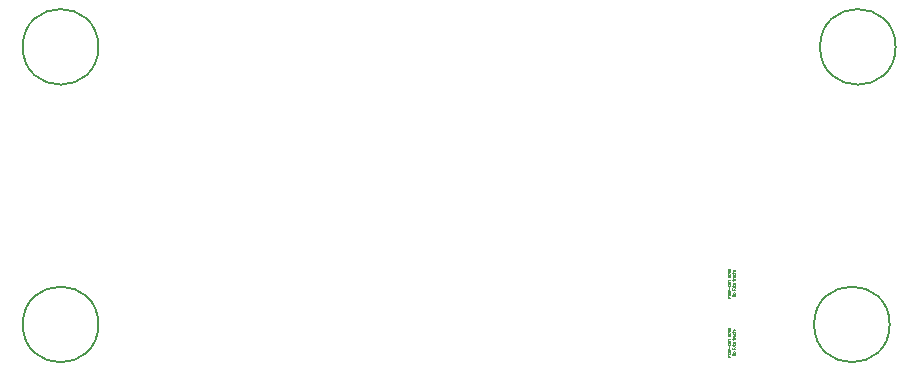
<source format=gbr>
%TF.GenerationSoftware,KiCad,Pcbnew,8.0.2*%
%TF.CreationDate,2024-12-30T14:19:07+01:00*%
%TF.ProjectId,MasterOfAccessories,4d617374-6572-44f6-9641-63636573736f,rev?*%
%TF.SameCoordinates,Original*%
%TF.FileFunction,Other,Comment*%
%FSLAX46Y46*%
G04 Gerber Fmt 4.6, Leading zero omitted, Abs format (unit mm)*
G04 Created by KiCad (PCBNEW 8.0.2) date 2024-12-30 14:19:07*
%MOMM*%
%LPD*%
G01*
G04 APERTURE LIST*
%ADD10C,0.030000*%
%ADD11C,0.150000*%
G04 APERTURE END LIST*
D10*
X233081963Y-110594952D02*
X232881963Y-110594952D01*
X232881963Y-110594952D02*
X233081963Y-110480667D01*
X233081963Y-110480667D02*
X232881963Y-110480667D01*
X233081963Y-110356857D02*
X233072440Y-110375905D01*
X233072440Y-110375905D02*
X233062916Y-110385428D01*
X233062916Y-110385428D02*
X233043868Y-110394952D01*
X233043868Y-110394952D02*
X232986725Y-110394952D01*
X232986725Y-110394952D02*
X232967678Y-110385428D01*
X232967678Y-110385428D02*
X232958154Y-110375905D01*
X232958154Y-110375905D02*
X232948630Y-110356857D01*
X232948630Y-110356857D02*
X232948630Y-110328286D01*
X232948630Y-110328286D02*
X232958154Y-110309238D01*
X232958154Y-110309238D02*
X232967678Y-110299714D01*
X232967678Y-110299714D02*
X232986725Y-110290190D01*
X232986725Y-110290190D02*
X233043868Y-110290190D01*
X233043868Y-110290190D02*
X233062916Y-110299714D01*
X233062916Y-110299714D02*
X233072440Y-110309238D01*
X233072440Y-110309238D02*
X233081963Y-110328286D01*
X233081963Y-110328286D02*
X233081963Y-110356857D01*
X232977201Y-109985429D02*
X232977201Y-110052095D01*
X233081963Y-110052095D02*
X232881963Y-110052095D01*
X232881963Y-110052095D02*
X232881963Y-109956857D01*
X233062916Y-109880666D02*
X233072440Y-109871143D01*
X233072440Y-109871143D02*
X233081963Y-109880666D01*
X233081963Y-109880666D02*
X233072440Y-109890190D01*
X233072440Y-109890190D02*
X233062916Y-109880666D01*
X233062916Y-109880666D02*
X233081963Y-109880666D01*
X233062916Y-109671143D02*
X233072440Y-109680667D01*
X233072440Y-109680667D02*
X233081963Y-109709238D01*
X233081963Y-109709238D02*
X233081963Y-109728286D01*
X233081963Y-109728286D02*
X233072440Y-109756857D01*
X233072440Y-109756857D02*
X233053392Y-109775905D01*
X233053392Y-109775905D02*
X233034344Y-109785428D01*
X233034344Y-109785428D02*
X232996249Y-109794952D01*
X232996249Y-109794952D02*
X232967678Y-109794952D01*
X232967678Y-109794952D02*
X232929582Y-109785428D01*
X232929582Y-109785428D02*
X232910535Y-109775905D01*
X232910535Y-109775905D02*
X232891487Y-109756857D01*
X232891487Y-109756857D02*
X232881963Y-109728286D01*
X232881963Y-109728286D02*
X232881963Y-109709238D01*
X232881963Y-109709238D02*
X232891487Y-109680667D01*
X232891487Y-109680667D02*
X232901011Y-109671143D01*
X232948630Y-109499714D02*
X233081963Y-109499714D01*
X232948630Y-109585428D02*
X233053392Y-109585428D01*
X233053392Y-109585428D02*
X233072440Y-109575905D01*
X233072440Y-109575905D02*
X233081963Y-109556857D01*
X233081963Y-109556857D02*
X233081963Y-109528286D01*
X233081963Y-109528286D02*
X233072440Y-109509238D01*
X233072440Y-109509238D02*
X233062916Y-109499714D01*
X232948630Y-109280667D02*
X232948630Y-109204476D01*
X232881963Y-109252095D02*
X233053392Y-109252095D01*
X233053392Y-109252095D02*
X233072440Y-109242572D01*
X233072440Y-109242572D02*
X233081963Y-109223524D01*
X233081963Y-109223524D02*
X233081963Y-109204476D01*
X233081963Y-109137809D02*
X232948630Y-109137809D01*
X232986725Y-109137809D02*
X232967678Y-109128286D01*
X232967678Y-109128286D02*
X232958154Y-109118762D01*
X232958154Y-109118762D02*
X232948630Y-109099714D01*
X232948630Y-109099714D02*
X232948630Y-109080667D01*
X233081963Y-108928285D02*
X232977201Y-108928285D01*
X232977201Y-108928285D02*
X232958154Y-108937809D01*
X232958154Y-108937809D02*
X232948630Y-108956857D01*
X232948630Y-108956857D02*
X232948630Y-108994952D01*
X232948630Y-108994952D02*
X232958154Y-109013999D01*
X233072440Y-108928285D02*
X233081963Y-108947333D01*
X233081963Y-108947333D02*
X233081963Y-108994952D01*
X233081963Y-108994952D02*
X233072440Y-109013999D01*
X233072440Y-109013999D02*
X233053392Y-109023523D01*
X233053392Y-109023523D02*
X233034344Y-109023523D01*
X233034344Y-109023523D02*
X233015297Y-109013999D01*
X233015297Y-109013999D02*
X233005773Y-108994952D01*
X233005773Y-108994952D02*
X233005773Y-108947333D01*
X233005773Y-108947333D02*
X232996249Y-108928285D01*
X233072440Y-108747333D02*
X233081963Y-108766381D01*
X233081963Y-108766381D02*
X233081963Y-108804476D01*
X233081963Y-108804476D02*
X233072440Y-108823524D01*
X233072440Y-108823524D02*
X233062916Y-108833047D01*
X233062916Y-108833047D02*
X233043868Y-108842571D01*
X233043868Y-108842571D02*
X232986725Y-108842571D01*
X232986725Y-108842571D02*
X232967678Y-108833047D01*
X232967678Y-108833047D02*
X232958154Y-108823524D01*
X232958154Y-108823524D02*
X232948630Y-108804476D01*
X232948630Y-108804476D02*
X232948630Y-108766381D01*
X232948630Y-108766381D02*
X232958154Y-108747333D01*
X233081963Y-108661618D02*
X232881963Y-108661618D01*
X233005773Y-108642571D02*
X233081963Y-108585428D01*
X232948630Y-108585428D02*
X233024820Y-108661618D01*
X233072440Y-108509237D02*
X233081963Y-108490190D01*
X233081963Y-108490190D02*
X233081963Y-108452094D01*
X233081963Y-108452094D02*
X233072440Y-108433047D01*
X233072440Y-108433047D02*
X233053392Y-108423523D01*
X233053392Y-108423523D02*
X233043868Y-108423523D01*
X233043868Y-108423523D02*
X233024820Y-108433047D01*
X233024820Y-108433047D02*
X233015297Y-108452094D01*
X233015297Y-108452094D02*
X233015297Y-108480666D01*
X233015297Y-108480666D02*
X233005773Y-108499713D01*
X233005773Y-108499713D02*
X232986725Y-108509237D01*
X232986725Y-108509237D02*
X232977201Y-108509237D01*
X232977201Y-108509237D02*
X232958154Y-108499713D01*
X232958154Y-108499713D02*
X232948630Y-108480666D01*
X232948630Y-108480666D02*
X232948630Y-108452094D01*
X232948630Y-108452094D02*
X232958154Y-108433047D01*
X233081963Y-115594952D02*
X232881963Y-115594952D01*
X232881963Y-115594952D02*
X233081963Y-115480667D01*
X233081963Y-115480667D02*
X232881963Y-115480667D01*
X233081963Y-115356857D02*
X233072440Y-115375905D01*
X233072440Y-115375905D02*
X233062916Y-115385428D01*
X233062916Y-115385428D02*
X233043868Y-115394952D01*
X233043868Y-115394952D02*
X232986725Y-115394952D01*
X232986725Y-115394952D02*
X232967678Y-115385428D01*
X232967678Y-115385428D02*
X232958154Y-115375905D01*
X232958154Y-115375905D02*
X232948630Y-115356857D01*
X232948630Y-115356857D02*
X232948630Y-115328286D01*
X232948630Y-115328286D02*
X232958154Y-115309238D01*
X232958154Y-115309238D02*
X232967678Y-115299714D01*
X232967678Y-115299714D02*
X232986725Y-115290190D01*
X232986725Y-115290190D02*
X233043868Y-115290190D01*
X233043868Y-115290190D02*
X233062916Y-115299714D01*
X233062916Y-115299714D02*
X233072440Y-115309238D01*
X233072440Y-115309238D02*
X233081963Y-115328286D01*
X233081963Y-115328286D02*
X233081963Y-115356857D01*
X232977201Y-114985429D02*
X232977201Y-115052095D01*
X233081963Y-115052095D02*
X232881963Y-115052095D01*
X232881963Y-115052095D02*
X232881963Y-114956857D01*
X233062916Y-114880666D02*
X233072440Y-114871143D01*
X233072440Y-114871143D02*
X233081963Y-114880666D01*
X233081963Y-114880666D02*
X233072440Y-114890190D01*
X233072440Y-114890190D02*
X233062916Y-114880666D01*
X233062916Y-114880666D02*
X233081963Y-114880666D01*
X233062916Y-114671143D02*
X233072440Y-114680667D01*
X233072440Y-114680667D02*
X233081963Y-114709238D01*
X233081963Y-114709238D02*
X233081963Y-114728286D01*
X233081963Y-114728286D02*
X233072440Y-114756857D01*
X233072440Y-114756857D02*
X233053392Y-114775905D01*
X233053392Y-114775905D02*
X233034344Y-114785428D01*
X233034344Y-114785428D02*
X232996249Y-114794952D01*
X232996249Y-114794952D02*
X232967678Y-114794952D01*
X232967678Y-114794952D02*
X232929582Y-114785428D01*
X232929582Y-114785428D02*
X232910535Y-114775905D01*
X232910535Y-114775905D02*
X232891487Y-114756857D01*
X232891487Y-114756857D02*
X232881963Y-114728286D01*
X232881963Y-114728286D02*
X232881963Y-114709238D01*
X232881963Y-114709238D02*
X232891487Y-114680667D01*
X232891487Y-114680667D02*
X232901011Y-114671143D01*
X232948630Y-114499714D02*
X233081963Y-114499714D01*
X232948630Y-114585428D02*
X233053392Y-114585428D01*
X233053392Y-114585428D02*
X233072440Y-114575905D01*
X233072440Y-114575905D02*
X233081963Y-114556857D01*
X233081963Y-114556857D02*
X233081963Y-114528286D01*
X233081963Y-114528286D02*
X233072440Y-114509238D01*
X233072440Y-114509238D02*
X233062916Y-114499714D01*
X232948630Y-114280667D02*
X232948630Y-114204476D01*
X232881963Y-114252095D02*
X233053392Y-114252095D01*
X233053392Y-114252095D02*
X233072440Y-114242572D01*
X233072440Y-114242572D02*
X233081963Y-114223524D01*
X233081963Y-114223524D02*
X233081963Y-114204476D01*
X233081963Y-114137809D02*
X232948630Y-114137809D01*
X232986725Y-114137809D02*
X232967678Y-114128286D01*
X232967678Y-114128286D02*
X232958154Y-114118762D01*
X232958154Y-114118762D02*
X232948630Y-114099714D01*
X232948630Y-114099714D02*
X232948630Y-114080667D01*
X233081963Y-113928285D02*
X232977201Y-113928285D01*
X232977201Y-113928285D02*
X232958154Y-113937809D01*
X232958154Y-113937809D02*
X232948630Y-113956857D01*
X232948630Y-113956857D02*
X232948630Y-113994952D01*
X232948630Y-113994952D02*
X232958154Y-114013999D01*
X233072440Y-113928285D02*
X233081963Y-113947333D01*
X233081963Y-113947333D02*
X233081963Y-113994952D01*
X233081963Y-113994952D02*
X233072440Y-114013999D01*
X233072440Y-114013999D02*
X233053392Y-114023523D01*
X233053392Y-114023523D02*
X233034344Y-114023523D01*
X233034344Y-114023523D02*
X233015297Y-114013999D01*
X233015297Y-114013999D02*
X233005773Y-113994952D01*
X233005773Y-113994952D02*
X233005773Y-113947333D01*
X233005773Y-113947333D02*
X232996249Y-113928285D01*
X233072440Y-113747333D02*
X233081963Y-113766381D01*
X233081963Y-113766381D02*
X233081963Y-113804476D01*
X233081963Y-113804476D02*
X233072440Y-113823524D01*
X233072440Y-113823524D02*
X233062916Y-113833047D01*
X233062916Y-113833047D02*
X233043868Y-113842571D01*
X233043868Y-113842571D02*
X232986725Y-113842571D01*
X232986725Y-113842571D02*
X232967678Y-113833047D01*
X232967678Y-113833047D02*
X232958154Y-113823524D01*
X232958154Y-113823524D02*
X232948630Y-113804476D01*
X232948630Y-113804476D02*
X232948630Y-113766381D01*
X232948630Y-113766381D02*
X232958154Y-113747333D01*
X233081963Y-113661618D02*
X232881963Y-113661618D01*
X233005773Y-113642571D02*
X233081963Y-113585428D01*
X232948630Y-113585428D02*
X233024820Y-113661618D01*
X233072440Y-113509237D02*
X233081963Y-113490190D01*
X233081963Y-113490190D02*
X233081963Y-113452094D01*
X233081963Y-113452094D02*
X233072440Y-113433047D01*
X233072440Y-113433047D02*
X233053392Y-113423523D01*
X233053392Y-113423523D02*
X233043868Y-113423523D01*
X233043868Y-113423523D02*
X233024820Y-113433047D01*
X233024820Y-113433047D02*
X233015297Y-113452094D01*
X233015297Y-113452094D02*
X233015297Y-113480666D01*
X233015297Y-113480666D02*
X233005773Y-113499713D01*
X233005773Y-113499713D02*
X232986725Y-113509237D01*
X232986725Y-113509237D02*
X232977201Y-113509237D01*
X232977201Y-113509237D02*
X232958154Y-113499713D01*
X232958154Y-113499713D02*
X232948630Y-113480666D01*
X232948630Y-113480666D02*
X232948630Y-113452094D01*
X232948630Y-113452094D02*
X232958154Y-113433047D01*
X232681963Y-115728284D02*
X232481963Y-115728284D01*
X232681963Y-115613999D02*
X232567678Y-115699713D01*
X232481963Y-115613999D02*
X232596249Y-115728284D01*
X232577201Y-115528284D02*
X232577201Y-115461618D01*
X232681963Y-115433046D02*
X232681963Y-115528284D01*
X232681963Y-115528284D02*
X232481963Y-115528284D01*
X232481963Y-115528284D02*
X232481963Y-115433046D01*
X232577201Y-115347332D02*
X232577201Y-115280666D01*
X232681963Y-115252094D02*
X232681963Y-115347332D01*
X232681963Y-115347332D02*
X232481963Y-115347332D01*
X232481963Y-115347332D02*
X232481963Y-115252094D01*
X232681963Y-115166380D02*
X232481963Y-115166380D01*
X232481963Y-115166380D02*
X232481963Y-115090190D01*
X232481963Y-115090190D02*
X232491487Y-115071142D01*
X232491487Y-115071142D02*
X232501011Y-115061619D01*
X232501011Y-115061619D02*
X232520059Y-115052095D01*
X232520059Y-115052095D02*
X232548630Y-115052095D01*
X232548630Y-115052095D02*
X232567678Y-115061619D01*
X232567678Y-115061619D02*
X232577201Y-115071142D01*
X232577201Y-115071142D02*
X232586725Y-115090190D01*
X232586725Y-115090190D02*
X232586725Y-115166380D01*
X232605773Y-114966380D02*
X232605773Y-114814000D01*
X232481963Y-114680666D02*
X232481963Y-114642571D01*
X232481963Y-114642571D02*
X232491487Y-114623523D01*
X232491487Y-114623523D02*
X232510535Y-114604476D01*
X232510535Y-114604476D02*
X232548630Y-114594952D01*
X232548630Y-114594952D02*
X232615297Y-114594952D01*
X232615297Y-114594952D02*
X232653392Y-114604476D01*
X232653392Y-114604476D02*
X232672440Y-114623523D01*
X232672440Y-114623523D02*
X232681963Y-114642571D01*
X232681963Y-114642571D02*
X232681963Y-114680666D01*
X232681963Y-114680666D02*
X232672440Y-114699714D01*
X232672440Y-114699714D02*
X232653392Y-114718761D01*
X232653392Y-114718761D02*
X232615297Y-114728285D01*
X232615297Y-114728285D02*
X232548630Y-114728285D01*
X232548630Y-114728285D02*
X232510535Y-114718761D01*
X232510535Y-114718761D02*
X232491487Y-114699714D01*
X232491487Y-114699714D02*
X232481963Y-114680666D01*
X232481963Y-114509237D02*
X232643868Y-114509237D01*
X232643868Y-114509237D02*
X232662916Y-114499714D01*
X232662916Y-114499714D02*
X232672440Y-114490190D01*
X232672440Y-114490190D02*
X232681963Y-114471142D01*
X232681963Y-114471142D02*
X232681963Y-114433047D01*
X232681963Y-114433047D02*
X232672440Y-114413999D01*
X232672440Y-114413999D02*
X232662916Y-114404476D01*
X232662916Y-114404476D02*
X232643868Y-114394952D01*
X232643868Y-114394952D02*
X232481963Y-114394952D01*
X232481963Y-114328285D02*
X232481963Y-114213999D01*
X232681963Y-114271142D02*
X232481963Y-114271142D01*
X232481963Y-114013999D02*
X232481963Y-113880666D01*
X232481963Y-113880666D02*
X232681963Y-114013999D01*
X232681963Y-114013999D02*
X232681963Y-113880666D01*
X232481963Y-113766380D02*
X232481963Y-113728285D01*
X232481963Y-113728285D02*
X232491487Y-113709237D01*
X232491487Y-113709237D02*
X232510535Y-113690190D01*
X232510535Y-113690190D02*
X232548630Y-113680666D01*
X232548630Y-113680666D02*
X232615297Y-113680666D01*
X232615297Y-113680666D02*
X232653392Y-113690190D01*
X232653392Y-113690190D02*
X232672440Y-113709237D01*
X232672440Y-113709237D02*
X232681963Y-113728285D01*
X232681963Y-113728285D02*
X232681963Y-113766380D01*
X232681963Y-113766380D02*
X232672440Y-113785428D01*
X232672440Y-113785428D02*
X232653392Y-113804475D01*
X232653392Y-113804475D02*
X232615297Y-113813999D01*
X232615297Y-113813999D02*
X232548630Y-113813999D01*
X232548630Y-113813999D02*
X232510535Y-113804475D01*
X232510535Y-113804475D02*
X232491487Y-113785428D01*
X232491487Y-113785428D02*
X232481963Y-113766380D01*
X232681963Y-113594951D02*
X232481963Y-113594951D01*
X232481963Y-113594951D02*
X232681963Y-113480666D01*
X232681963Y-113480666D02*
X232481963Y-113480666D01*
X232577201Y-113385427D02*
X232577201Y-113318761D01*
X232681963Y-113290189D02*
X232681963Y-113385427D01*
X232681963Y-113385427D02*
X232481963Y-113385427D01*
X232481963Y-113385427D02*
X232481963Y-113290189D01*
X232681963Y-110728284D02*
X232481963Y-110728284D01*
X232681963Y-110613999D02*
X232567678Y-110699713D01*
X232481963Y-110613999D02*
X232596249Y-110728284D01*
X232577201Y-110528284D02*
X232577201Y-110461618D01*
X232681963Y-110433046D02*
X232681963Y-110528284D01*
X232681963Y-110528284D02*
X232481963Y-110528284D01*
X232481963Y-110528284D02*
X232481963Y-110433046D01*
X232577201Y-110347332D02*
X232577201Y-110280666D01*
X232681963Y-110252094D02*
X232681963Y-110347332D01*
X232681963Y-110347332D02*
X232481963Y-110347332D01*
X232481963Y-110347332D02*
X232481963Y-110252094D01*
X232681963Y-110166380D02*
X232481963Y-110166380D01*
X232481963Y-110166380D02*
X232481963Y-110090190D01*
X232481963Y-110090190D02*
X232491487Y-110071142D01*
X232491487Y-110071142D02*
X232501011Y-110061619D01*
X232501011Y-110061619D02*
X232520059Y-110052095D01*
X232520059Y-110052095D02*
X232548630Y-110052095D01*
X232548630Y-110052095D02*
X232567678Y-110061619D01*
X232567678Y-110061619D02*
X232577201Y-110071142D01*
X232577201Y-110071142D02*
X232586725Y-110090190D01*
X232586725Y-110090190D02*
X232586725Y-110166380D01*
X232605773Y-109966380D02*
X232605773Y-109814000D01*
X232481963Y-109680666D02*
X232481963Y-109642571D01*
X232481963Y-109642571D02*
X232491487Y-109623523D01*
X232491487Y-109623523D02*
X232510535Y-109604476D01*
X232510535Y-109604476D02*
X232548630Y-109594952D01*
X232548630Y-109594952D02*
X232615297Y-109594952D01*
X232615297Y-109594952D02*
X232653392Y-109604476D01*
X232653392Y-109604476D02*
X232672440Y-109623523D01*
X232672440Y-109623523D02*
X232681963Y-109642571D01*
X232681963Y-109642571D02*
X232681963Y-109680666D01*
X232681963Y-109680666D02*
X232672440Y-109699714D01*
X232672440Y-109699714D02*
X232653392Y-109718761D01*
X232653392Y-109718761D02*
X232615297Y-109728285D01*
X232615297Y-109728285D02*
X232548630Y-109728285D01*
X232548630Y-109728285D02*
X232510535Y-109718761D01*
X232510535Y-109718761D02*
X232491487Y-109699714D01*
X232491487Y-109699714D02*
X232481963Y-109680666D01*
X232481963Y-109509237D02*
X232643868Y-109509237D01*
X232643868Y-109509237D02*
X232662916Y-109499714D01*
X232662916Y-109499714D02*
X232672440Y-109490190D01*
X232672440Y-109490190D02*
X232681963Y-109471142D01*
X232681963Y-109471142D02*
X232681963Y-109433047D01*
X232681963Y-109433047D02*
X232672440Y-109413999D01*
X232672440Y-109413999D02*
X232662916Y-109404476D01*
X232662916Y-109404476D02*
X232643868Y-109394952D01*
X232643868Y-109394952D02*
X232481963Y-109394952D01*
X232481963Y-109328285D02*
X232481963Y-109213999D01*
X232681963Y-109271142D02*
X232481963Y-109271142D01*
X232481963Y-109013999D02*
X232481963Y-108880666D01*
X232481963Y-108880666D02*
X232681963Y-109013999D01*
X232681963Y-109013999D02*
X232681963Y-108880666D01*
X232481963Y-108766380D02*
X232481963Y-108728285D01*
X232481963Y-108728285D02*
X232491487Y-108709237D01*
X232491487Y-108709237D02*
X232510535Y-108690190D01*
X232510535Y-108690190D02*
X232548630Y-108680666D01*
X232548630Y-108680666D02*
X232615297Y-108680666D01*
X232615297Y-108680666D02*
X232653392Y-108690190D01*
X232653392Y-108690190D02*
X232672440Y-108709237D01*
X232672440Y-108709237D02*
X232681963Y-108728285D01*
X232681963Y-108728285D02*
X232681963Y-108766380D01*
X232681963Y-108766380D02*
X232672440Y-108785428D01*
X232672440Y-108785428D02*
X232653392Y-108804475D01*
X232653392Y-108804475D02*
X232615297Y-108813999D01*
X232615297Y-108813999D02*
X232548630Y-108813999D01*
X232548630Y-108813999D02*
X232510535Y-108804475D01*
X232510535Y-108804475D02*
X232491487Y-108785428D01*
X232491487Y-108785428D02*
X232481963Y-108766380D01*
X232681963Y-108594951D02*
X232481963Y-108594951D01*
X232481963Y-108594951D02*
X232681963Y-108480666D01*
X232681963Y-108480666D02*
X232481963Y-108480666D01*
X232577201Y-108385427D02*
X232577201Y-108318761D01*
X232681963Y-108290189D02*
X232681963Y-108385427D01*
X232681963Y-108385427D02*
X232481963Y-108385427D01*
X232481963Y-108385427D02*
X232481963Y-108290189D01*
D11*
%TO.C,REF\u002A\u002A*%
X246200000Y-113000000D02*
G75*
G02*
X239800000Y-113000000I-3200000J0D01*
G01*
X239800000Y-113000000D02*
G75*
G02*
X246200000Y-113000000I3200000J0D01*
G01*
X179200000Y-89500000D02*
G75*
G02*
X172800000Y-89500000I-3200000J0D01*
G01*
X172800000Y-89500000D02*
G75*
G02*
X179200000Y-89500000I3200000J0D01*
G01*
X246700000Y-89500000D02*
G75*
G02*
X240300000Y-89500000I-3200000J0D01*
G01*
X240300000Y-89500000D02*
G75*
G02*
X246700000Y-89500000I3200000J0D01*
G01*
X179200000Y-113000000D02*
G75*
G02*
X172800000Y-113000000I-3200000J0D01*
G01*
X172800000Y-113000000D02*
G75*
G02*
X179200000Y-113000000I3200000J0D01*
G01*
%TD*%
M02*

</source>
